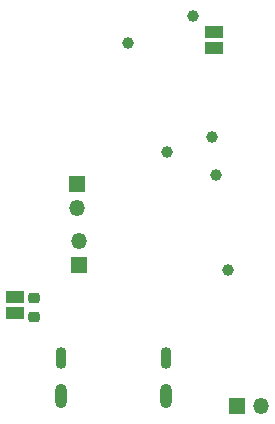
<source format=gbr>
%TF.GenerationSoftware,KiCad,Pcbnew,(5.99.0-8775-g06a515339c)*%
%TF.CreationDate,2021-12-27T00:45:30-05:00*%
%TF.ProjectId,mk2,6d6b322e-6b69-4636-9164-5f7063625858,rev?*%
%TF.SameCoordinates,Original*%
%TF.FileFunction,Soldermask,Bot*%
%TF.FilePolarity,Negative*%
%FSLAX46Y46*%
G04 Gerber Fmt 4.6, Leading zero omitted, Abs format (unit mm)*
G04 Created by KiCad (PCBNEW (5.99.0-8775-g06a515339c)) date 2021-12-27 00:45:30*
%MOMM*%
%LPD*%
G01*
G04 APERTURE LIST*
G04 Aperture macros list*
%AMRoundRect*
0 Rectangle with rounded corners*
0 $1 Rounding radius*
0 $2 $3 $4 $5 $6 $7 $8 $9 X,Y pos of 4 corners*
0 Add a 4 corners polygon primitive as box body*
4,1,4,$2,$3,$4,$5,$6,$7,$8,$9,$2,$3,0*
0 Add four circle primitives for the rounded corners*
1,1,$1+$1,$2,$3*
1,1,$1+$1,$4,$5*
1,1,$1+$1,$6,$7*
1,1,$1+$1,$8,$9*
0 Add four rect primitives between the rounded corners*
20,1,$1+$1,$2,$3,$4,$5,0*
20,1,$1+$1,$4,$5,$6,$7,0*
20,1,$1+$1,$6,$7,$8,$9,0*
20,1,$1+$1,$8,$9,$2,$3,0*%
G04 Aperture macros list end*
%ADD10R,1.350000X1.350000*%
%ADD11O,1.350000X1.350000*%
%ADD12O,1.025000X2.050000*%
%ADD13O,0.925000X1.850000*%
%ADD14RoundRect,0.218750X0.256250X-0.218750X0.256250X0.218750X-0.256250X0.218750X-0.256250X-0.218750X0*%
%ADD15C,1.000000*%
%ADD16R,1.500000X1.000000*%
G04 APERTURE END LIST*
D10*
%TO.C,BT1*%
X32000000Y-47750000D03*
D11*
X34000000Y-47750000D03*
%TD*%
D12*
%TO.C,J2*%
X17050000Y-46900000D03*
X25950000Y-46900000D03*
D13*
X17050000Y-43700000D03*
X25950000Y-43700000D03*
%TD*%
D10*
%TO.C,J6*%
X18600000Y-35800000D03*
D11*
X18600000Y-33800000D03*
%TD*%
D10*
%TO.C,J3*%
X18415000Y-28972000D03*
D11*
X18415000Y-30972000D03*
%TD*%
D14*
%TO.C,R1*%
X14800000Y-40187500D03*
X14800000Y-38612500D03*
%TD*%
D15*
%TO.C,TP5*%
X31200000Y-36200000D03*
%TD*%
%TO.C,TP1*%
X29845000Y-25019000D03*
%TD*%
%TO.C,TP3*%
X22750000Y-17000000D03*
%TD*%
%TO.C,TP6*%
X28250000Y-14750000D03*
%TD*%
D16*
%TO.C,JP3*%
X13200000Y-38550000D03*
X13200000Y-39850000D03*
%TD*%
D15*
%TO.C,TP4*%
X26000000Y-26250000D03*
%TD*%
%TO.C,TP2*%
X30200000Y-28200000D03*
%TD*%
D16*
%TO.C,JP1*%
X29972000Y-17429000D03*
X29972000Y-16129000D03*
%TD*%
M02*

</source>
